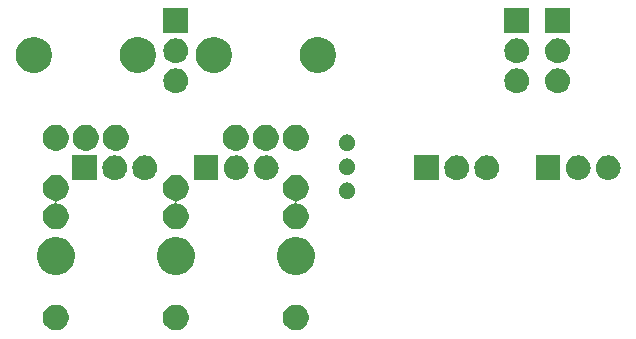
<source format=gbr>
G04 #@! TF.GenerationSoftware,KiCad,Pcbnew,(5.0.1)-4*
G04 #@! TF.CreationDate,2019-02-17T11:16:12+01:00*
G04 #@! TF.ProjectId,1U Rim,31552052696D2E6B696361645F706362,rev?*
G04 #@! TF.SameCoordinates,Original*
G04 #@! TF.FileFunction,Soldermask,Bot*
G04 #@! TF.FilePolarity,Negative*
%FSLAX46Y46*%
G04 Gerber Fmt 4.6, Leading zero omitted, Abs format (unit mm)*
G04 Created by KiCad (PCBNEW (5.0.1)-4) date 2/17/2019 11:16:12 AM*
%MOMM*%
%LPD*%
G01*
G04 APERTURE LIST*
%ADD10C,0.100000*%
G04 APERTURE END LIST*
D10*
G36*
X24219983Y-47743172D02*
X24418750Y-47825504D01*
X24597639Y-47945034D01*
X24749766Y-48097161D01*
X24869296Y-48276050D01*
X24951628Y-48474817D01*
X24993600Y-48685826D01*
X24993600Y-48900974D01*
X24951628Y-49111983D01*
X24869296Y-49310750D01*
X24749766Y-49489639D01*
X24597639Y-49641766D01*
X24418750Y-49761296D01*
X24219983Y-49843628D01*
X24008974Y-49885600D01*
X23793826Y-49885600D01*
X23582817Y-49843628D01*
X23384050Y-49761296D01*
X23205161Y-49641766D01*
X23053034Y-49489639D01*
X22933504Y-49310750D01*
X22851172Y-49111983D01*
X22809200Y-48900974D01*
X22809200Y-48685826D01*
X22851172Y-48474817D01*
X22933504Y-48276050D01*
X23053034Y-48097161D01*
X23205161Y-47945034D01*
X23384050Y-47825504D01*
X23582817Y-47743172D01*
X23793826Y-47701200D01*
X24008974Y-47701200D01*
X24219983Y-47743172D01*
X24219983Y-47743172D01*
G37*
G36*
X34379983Y-47743172D02*
X34578750Y-47825504D01*
X34757639Y-47945034D01*
X34909766Y-48097161D01*
X35029296Y-48276050D01*
X35111628Y-48474817D01*
X35153600Y-48685826D01*
X35153600Y-48900974D01*
X35111628Y-49111983D01*
X35029296Y-49310750D01*
X34909766Y-49489639D01*
X34757639Y-49641766D01*
X34578750Y-49761296D01*
X34379983Y-49843628D01*
X34168974Y-49885600D01*
X33953826Y-49885600D01*
X33742817Y-49843628D01*
X33544050Y-49761296D01*
X33365161Y-49641766D01*
X33213034Y-49489639D01*
X33093504Y-49310750D01*
X33011172Y-49111983D01*
X32969200Y-48900974D01*
X32969200Y-48685826D01*
X33011172Y-48474817D01*
X33093504Y-48276050D01*
X33213034Y-48097161D01*
X33365161Y-47945034D01*
X33544050Y-47825504D01*
X33742817Y-47743172D01*
X33953826Y-47701200D01*
X34168974Y-47701200D01*
X34379983Y-47743172D01*
X34379983Y-47743172D01*
G37*
G36*
X44539983Y-47743172D02*
X44738750Y-47825504D01*
X44917639Y-47945034D01*
X45069766Y-48097161D01*
X45189296Y-48276050D01*
X45271628Y-48474817D01*
X45313600Y-48685826D01*
X45313600Y-48900974D01*
X45271628Y-49111983D01*
X45189296Y-49310750D01*
X45069766Y-49489639D01*
X44917639Y-49641766D01*
X44738750Y-49761296D01*
X44539983Y-49843628D01*
X44328974Y-49885600D01*
X44113826Y-49885600D01*
X43902817Y-49843628D01*
X43704050Y-49761296D01*
X43525161Y-49641766D01*
X43373034Y-49489639D01*
X43253504Y-49310750D01*
X43171172Y-49111983D01*
X43129200Y-48900974D01*
X43129200Y-48685826D01*
X43171172Y-48474817D01*
X43253504Y-48276050D01*
X43373034Y-48097161D01*
X43525161Y-47945034D01*
X43704050Y-47825504D01*
X43902817Y-47743172D01*
X44113826Y-47701200D01*
X44328974Y-47701200D01*
X44539983Y-47743172D01*
X44539983Y-47743172D01*
G37*
G36*
X44688103Y-42047886D02*
X44979283Y-42168497D01*
X45241344Y-42343601D01*
X45464199Y-42566456D01*
X45639303Y-42828517D01*
X45759914Y-43119697D01*
X45821400Y-43428812D01*
X45821400Y-43743988D01*
X45759914Y-44053103D01*
X45639303Y-44344283D01*
X45464199Y-44606344D01*
X45241344Y-44829199D01*
X44979283Y-45004303D01*
X44688103Y-45124914D01*
X44378988Y-45186400D01*
X44063812Y-45186400D01*
X43754697Y-45124914D01*
X43463517Y-45004303D01*
X43201456Y-44829199D01*
X42978601Y-44606344D01*
X42803497Y-44344283D01*
X42682886Y-44053103D01*
X42621400Y-43743988D01*
X42621400Y-43428812D01*
X42682886Y-43119697D01*
X42803497Y-42828517D01*
X42978601Y-42566456D01*
X43201456Y-42343601D01*
X43463517Y-42168497D01*
X43754697Y-42047886D01*
X44063812Y-41986400D01*
X44378988Y-41986400D01*
X44688103Y-42047886D01*
X44688103Y-42047886D01*
G37*
G36*
X24368103Y-42047886D02*
X24659283Y-42168497D01*
X24921344Y-42343601D01*
X25144199Y-42566456D01*
X25319303Y-42828517D01*
X25439914Y-43119697D01*
X25501400Y-43428812D01*
X25501400Y-43743988D01*
X25439914Y-44053103D01*
X25319303Y-44344283D01*
X25144199Y-44606344D01*
X24921344Y-44829199D01*
X24659283Y-45004303D01*
X24368103Y-45124914D01*
X24058988Y-45186400D01*
X23743812Y-45186400D01*
X23434697Y-45124914D01*
X23143517Y-45004303D01*
X22881456Y-44829199D01*
X22658601Y-44606344D01*
X22483497Y-44344283D01*
X22362886Y-44053103D01*
X22301400Y-43743988D01*
X22301400Y-43428812D01*
X22362886Y-43119697D01*
X22483497Y-42828517D01*
X22658601Y-42566456D01*
X22881456Y-42343601D01*
X23143517Y-42168497D01*
X23434697Y-42047886D01*
X23743812Y-41986400D01*
X24058988Y-41986400D01*
X24368103Y-42047886D01*
X24368103Y-42047886D01*
G37*
G36*
X34528103Y-42047886D02*
X34819283Y-42168497D01*
X35081344Y-42343601D01*
X35304199Y-42566456D01*
X35479303Y-42828517D01*
X35599914Y-43119697D01*
X35661400Y-43428812D01*
X35661400Y-43743988D01*
X35599914Y-44053103D01*
X35479303Y-44344283D01*
X35304199Y-44606344D01*
X35081344Y-44829199D01*
X34819283Y-45004303D01*
X34528103Y-45124914D01*
X34218988Y-45186400D01*
X33903812Y-45186400D01*
X33594697Y-45124914D01*
X33303517Y-45004303D01*
X33041456Y-44829199D01*
X32818601Y-44606344D01*
X32643497Y-44344283D01*
X32522886Y-44053103D01*
X32461400Y-43743988D01*
X32461400Y-43428812D01*
X32522886Y-43119697D01*
X32643497Y-42828517D01*
X32818601Y-42566456D01*
X33041456Y-42343601D01*
X33303517Y-42168497D01*
X33594697Y-42047886D01*
X33903812Y-41986400D01*
X34218988Y-41986400D01*
X34528103Y-42047886D01*
X34528103Y-42047886D01*
G37*
G36*
X44539983Y-36770372D02*
X44738750Y-36852704D01*
X44917639Y-36972234D01*
X45069766Y-37124361D01*
X45189296Y-37303250D01*
X45271628Y-37502017D01*
X45313600Y-37713026D01*
X45313600Y-37928174D01*
X45271628Y-38139183D01*
X45189296Y-38337950D01*
X45069766Y-38516839D01*
X44917639Y-38668966D01*
X44738750Y-38788496D01*
X44539983Y-38870828D01*
X44370691Y-38904502D01*
X44347242Y-38911615D01*
X44325631Y-38923166D01*
X44306689Y-38938712D01*
X44291143Y-38957654D01*
X44279592Y-38979264D01*
X44272479Y-39002714D01*
X44270077Y-39027100D01*
X44272479Y-39051486D01*
X44279592Y-39074935D01*
X44291143Y-39096546D01*
X44306689Y-39115488D01*
X44325631Y-39131034D01*
X44347241Y-39142585D01*
X44370691Y-39149698D01*
X44539983Y-39183372D01*
X44738750Y-39265704D01*
X44917639Y-39385234D01*
X45069766Y-39537361D01*
X45189296Y-39716250D01*
X45271628Y-39915017D01*
X45313600Y-40126026D01*
X45313600Y-40341174D01*
X45271628Y-40552183D01*
X45189296Y-40750950D01*
X45069766Y-40929839D01*
X44917639Y-41081966D01*
X44738750Y-41201496D01*
X44539983Y-41283828D01*
X44328974Y-41325800D01*
X44113826Y-41325800D01*
X43902817Y-41283828D01*
X43704050Y-41201496D01*
X43525161Y-41081966D01*
X43373034Y-40929839D01*
X43253504Y-40750950D01*
X43171172Y-40552183D01*
X43129200Y-40341174D01*
X43129200Y-40126026D01*
X43171172Y-39915017D01*
X43253504Y-39716250D01*
X43373034Y-39537361D01*
X43525161Y-39385234D01*
X43704050Y-39265704D01*
X43902817Y-39183372D01*
X44072109Y-39149698D01*
X44095558Y-39142585D01*
X44117169Y-39131034D01*
X44136111Y-39115488D01*
X44151657Y-39096546D01*
X44163208Y-39074936D01*
X44170321Y-39051486D01*
X44172723Y-39027100D01*
X44170321Y-39002714D01*
X44163208Y-38979265D01*
X44151657Y-38957654D01*
X44136111Y-38938712D01*
X44117169Y-38923166D01*
X44095559Y-38911615D01*
X44072109Y-38904502D01*
X43902817Y-38870828D01*
X43704050Y-38788496D01*
X43525161Y-38668966D01*
X43373034Y-38516839D01*
X43253504Y-38337950D01*
X43171172Y-38139183D01*
X43129200Y-37928174D01*
X43129200Y-37713026D01*
X43171172Y-37502017D01*
X43253504Y-37303250D01*
X43373034Y-37124361D01*
X43525161Y-36972234D01*
X43704050Y-36852704D01*
X43902817Y-36770372D01*
X44113826Y-36728400D01*
X44328974Y-36728400D01*
X44539983Y-36770372D01*
X44539983Y-36770372D01*
G37*
G36*
X24219983Y-36770372D02*
X24418750Y-36852704D01*
X24597639Y-36972234D01*
X24749766Y-37124361D01*
X24869296Y-37303250D01*
X24951628Y-37502017D01*
X24993600Y-37713026D01*
X24993600Y-37928174D01*
X24951628Y-38139183D01*
X24869296Y-38337950D01*
X24749766Y-38516839D01*
X24597639Y-38668966D01*
X24418750Y-38788496D01*
X24219983Y-38870828D01*
X24050691Y-38904502D01*
X24027242Y-38911615D01*
X24005631Y-38923166D01*
X23986689Y-38938712D01*
X23971143Y-38957654D01*
X23959592Y-38979264D01*
X23952479Y-39002714D01*
X23950077Y-39027100D01*
X23952479Y-39051486D01*
X23959592Y-39074935D01*
X23971143Y-39096546D01*
X23986689Y-39115488D01*
X24005631Y-39131034D01*
X24027241Y-39142585D01*
X24050691Y-39149698D01*
X24219983Y-39183372D01*
X24418750Y-39265704D01*
X24597639Y-39385234D01*
X24749766Y-39537361D01*
X24869296Y-39716250D01*
X24951628Y-39915017D01*
X24993600Y-40126026D01*
X24993600Y-40341174D01*
X24951628Y-40552183D01*
X24869296Y-40750950D01*
X24749766Y-40929839D01*
X24597639Y-41081966D01*
X24418750Y-41201496D01*
X24219983Y-41283828D01*
X24008974Y-41325800D01*
X23793826Y-41325800D01*
X23582817Y-41283828D01*
X23384050Y-41201496D01*
X23205161Y-41081966D01*
X23053034Y-40929839D01*
X22933504Y-40750950D01*
X22851172Y-40552183D01*
X22809200Y-40341174D01*
X22809200Y-40126026D01*
X22851172Y-39915017D01*
X22933504Y-39716250D01*
X23053034Y-39537361D01*
X23205161Y-39385234D01*
X23384050Y-39265704D01*
X23582817Y-39183372D01*
X23752109Y-39149698D01*
X23775558Y-39142585D01*
X23797169Y-39131034D01*
X23816111Y-39115488D01*
X23831657Y-39096546D01*
X23843208Y-39074936D01*
X23850321Y-39051486D01*
X23852723Y-39027100D01*
X23850321Y-39002714D01*
X23843208Y-38979265D01*
X23831657Y-38957654D01*
X23816111Y-38938712D01*
X23797169Y-38923166D01*
X23775559Y-38911615D01*
X23752109Y-38904502D01*
X23582817Y-38870828D01*
X23384050Y-38788496D01*
X23205161Y-38668966D01*
X23053034Y-38516839D01*
X22933504Y-38337950D01*
X22851172Y-38139183D01*
X22809200Y-37928174D01*
X22809200Y-37713026D01*
X22851172Y-37502017D01*
X22933504Y-37303250D01*
X23053034Y-37124361D01*
X23205161Y-36972234D01*
X23384050Y-36852704D01*
X23582817Y-36770372D01*
X23793826Y-36728400D01*
X24008974Y-36728400D01*
X24219983Y-36770372D01*
X24219983Y-36770372D01*
G37*
G36*
X34379983Y-36770372D02*
X34578750Y-36852704D01*
X34757639Y-36972234D01*
X34909766Y-37124361D01*
X35029296Y-37303250D01*
X35111628Y-37502017D01*
X35153600Y-37713026D01*
X35153600Y-37928174D01*
X35111628Y-38139183D01*
X35029296Y-38337950D01*
X34909766Y-38516839D01*
X34757639Y-38668966D01*
X34578750Y-38788496D01*
X34379983Y-38870828D01*
X34210691Y-38904502D01*
X34187242Y-38911615D01*
X34165631Y-38923166D01*
X34146689Y-38938712D01*
X34131143Y-38957654D01*
X34119592Y-38979264D01*
X34112479Y-39002714D01*
X34110077Y-39027100D01*
X34112479Y-39051486D01*
X34119592Y-39074935D01*
X34131143Y-39096546D01*
X34146689Y-39115488D01*
X34165631Y-39131034D01*
X34187241Y-39142585D01*
X34210691Y-39149698D01*
X34379983Y-39183372D01*
X34578750Y-39265704D01*
X34757639Y-39385234D01*
X34909766Y-39537361D01*
X35029296Y-39716250D01*
X35111628Y-39915017D01*
X35153600Y-40126026D01*
X35153600Y-40341174D01*
X35111628Y-40552183D01*
X35029296Y-40750950D01*
X34909766Y-40929839D01*
X34757639Y-41081966D01*
X34578750Y-41201496D01*
X34379983Y-41283828D01*
X34168974Y-41325800D01*
X33953826Y-41325800D01*
X33742817Y-41283828D01*
X33544050Y-41201496D01*
X33365161Y-41081966D01*
X33213034Y-40929839D01*
X33093504Y-40750950D01*
X33011172Y-40552183D01*
X32969200Y-40341174D01*
X32969200Y-40126026D01*
X33011172Y-39915017D01*
X33093504Y-39716250D01*
X33213034Y-39537361D01*
X33365161Y-39385234D01*
X33544050Y-39265704D01*
X33742817Y-39183372D01*
X33912109Y-39149698D01*
X33935558Y-39142585D01*
X33957169Y-39131034D01*
X33976111Y-39115488D01*
X33991657Y-39096546D01*
X34003208Y-39074936D01*
X34010321Y-39051486D01*
X34012723Y-39027100D01*
X34010321Y-39002714D01*
X34003208Y-38979265D01*
X33991657Y-38957654D01*
X33976111Y-38938712D01*
X33957169Y-38923166D01*
X33935559Y-38911615D01*
X33912109Y-38904502D01*
X33742817Y-38870828D01*
X33544050Y-38788496D01*
X33365161Y-38668966D01*
X33213034Y-38516839D01*
X33093504Y-38337950D01*
X33011172Y-38139183D01*
X32969200Y-37928174D01*
X32969200Y-37713026D01*
X33011172Y-37502017D01*
X33093504Y-37303250D01*
X33213034Y-37124361D01*
X33365161Y-36972234D01*
X33544050Y-36852704D01*
X33742817Y-36770372D01*
X33953826Y-36728400D01*
X34168974Y-36728400D01*
X34379983Y-36770372D01*
X34379983Y-36770372D01*
G37*
G36*
X48760983Y-37382450D02*
X48888374Y-37435218D01*
X49003024Y-37511824D01*
X49100526Y-37609326D01*
X49169817Y-37713028D01*
X49177132Y-37723976D01*
X49229900Y-37851367D01*
X49256800Y-37986605D01*
X49256800Y-38124495D01*
X49229900Y-38259733D01*
X49177132Y-38387124D01*
X49100525Y-38501775D01*
X49003025Y-38599275D01*
X48888374Y-38675882D01*
X48760983Y-38728650D01*
X48625745Y-38755550D01*
X48487855Y-38755550D01*
X48352617Y-38728650D01*
X48225226Y-38675882D01*
X48110575Y-38599275D01*
X48013075Y-38501775D01*
X47936468Y-38387124D01*
X47883700Y-38259733D01*
X47856800Y-38124495D01*
X47856800Y-37986605D01*
X47883700Y-37851367D01*
X47936468Y-37723976D01*
X47943783Y-37713028D01*
X48013074Y-37609326D01*
X48110576Y-37511824D01*
X48225226Y-37435218D01*
X48352617Y-37382450D01*
X48487855Y-37355550D01*
X48625745Y-37355550D01*
X48760983Y-37382450D01*
X48760983Y-37382450D01*
G37*
G36*
X27415200Y-37168800D02*
X25315200Y-37168800D01*
X25315200Y-35068800D01*
X27415200Y-35068800D01*
X27415200Y-37168800D01*
X27415200Y-37168800D01*
G37*
G36*
X29033907Y-35076396D02*
X29111036Y-35083993D01*
X29242987Y-35124020D01*
X29308963Y-35144033D01*
X29491372Y-35241533D01*
X29651254Y-35372746D01*
X29782467Y-35532628D01*
X29879967Y-35715037D01*
X29879967Y-35715038D01*
X29940007Y-35912964D01*
X29960280Y-36118800D01*
X29940007Y-36324636D01*
X29899980Y-36456587D01*
X29879967Y-36522563D01*
X29782467Y-36704972D01*
X29651254Y-36864854D01*
X29491372Y-36996067D01*
X29308963Y-37093567D01*
X29242987Y-37113580D01*
X29111036Y-37153607D01*
X29033907Y-37161203D01*
X28956780Y-37168800D01*
X28853620Y-37168800D01*
X28776493Y-37161203D01*
X28699364Y-37153607D01*
X28567413Y-37113580D01*
X28501437Y-37093567D01*
X28319028Y-36996067D01*
X28159146Y-36864854D01*
X28027933Y-36704972D01*
X27930433Y-36522563D01*
X27910420Y-36456587D01*
X27870393Y-36324636D01*
X27850120Y-36118800D01*
X27870393Y-35912964D01*
X27930433Y-35715038D01*
X27930433Y-35715037D01*
X28027933Y-35532628D01*
X28159146Y-35372746D01*
X28319028Y-35241533D01*
X28501437Y-35144033D01*
X28567413Y-35124020D01*
X28699364Y-35083993D01*
X28776493Y-35076396D01*
X28853620Y-35068800D01*
X28956780Y-35068800D01*
X29033907Y-35076396D01*
X29033907Y-35076396D01*
G37*
G36*
X31573907Y-35076396D02*
X31651036Y-35083993D01*
X31782987Y-35124020D01*
X31848963Y-35144033D01*
X32031372Y-35241533D01*
X32191254Y-35372746D01*
X32322467Y-35532628D01*
X32419967Y-35715037D01*
X32419967Y-35715038D01*
X32480007Y-35912964D01*
X32500280Y-36118800D01*
X32480007Y-36324636D01*
X32439980Y-36456587D01*
X32419967Y-36522563D01*
X32322467Y-36704972D01*
X32191254Y-36864854D01*
X32031372Y-36996067D01*
X31848963Y-37093567D01*
X31782987Y-37113580D01*
X31651036Y-37153607D01*
X31573907Y-37161203D01*
X31496780Y-37168800D01*
X31393620Y-37168800D01*
X31316493Y-37161203D01*
X31239364Y-37153607D01*
X31107413Y-37113580D01*
X31041437Y-37093567D01*
X30859028Y-36996067D01*
X30699146Y-36864854D01*
X30567933Y-36704972D01*
X30470433Y-36522563D01*
X30450420Y-36456587D01*
X30410393Y-36324636D01*
X30390120Y-36118800D01*
X30410393Y-35912964D01*
X30470433Y-35715038D01*
X30470433Y-35715037D01*
X30567933Y-35532628D01*
X30699146Y-35372746D01*
X30859028Y-35241533D01*
X31041437Y-35144033D01*
X31107413Y-35124020D01*
X31239364Y-35083993D01*
X31316493Y-35076396D01*
X31393620Y-35068800D01*
X31496780Y-35068800D01*
X31573907Y-35076396D01*
X31573907Y-35076396D01*
G37*
G36*
X37676800Y-37168800D02*
X35576800Y-37168800D01*
X35576800Y-35068800D01*
X37676800Y-35068800D01*
X37676800Y-37168800D01*
X37676800Y-37168800D01*
G37*
G36*
X39295507Y-35076396D02*
X39372636Y-35083993D01*
X39504587Y-35124020D01*
X39570563Y-35144033D01*
X39752972Y-35241533D01*
X39912854Y-35372746D01*
X40044067Y-35532628D01*
X40141567Y-35715037D01*
X40141567Y-35715038D01*
X40201607Y-35912964D01*
X40221880Y-36118800D01*
X40201607Y-36324636D01*
X40161580Y-36456587D01*
X40141567Y-36522563D01*
X40044067Y-36704972D01*
X39912854Y-36864854D01*
X39752972Y-36996067D01*
X39570563Y-37093567D01*
X39504587Y-37113580D01*
X39372636Y-37153607D01*
X39295507Y-37161203D01*
X39218380Y-37168800D01*
X39115220Y-37168800D01*
X39038093Y-37161203D01*
X38960964Y-37153607D01*
X38829013Y-37113580D01*
X38763037Y-37093567D01*
X38580628Y-36996067D01*
X38420746Y-36864854D01*
X38289533Y-36704972D01*
X38192033Y-36522563D01*
X38172020Y-36456587D01*
X38131993Y-36324636D01*
X38111720Y-36118800D01*
X38131993Y-35912964D01*
X38192033Y-35715038D01*
X38192033Y-35715037D01*
X38289533Y-35532628D01*
X38420746Y-35372746D01*
X38580628Y-35241533D01*
X38763037Y-35144033D01*
X38829013Y-35124020D01*
X38960964Y-35083993D01*
X39038093Y-35076396D01*
X39115220Y-35068800D01*
X39218380Y-35068800D01*
X39295507Y-35076396D01*
X39295507Y-35076396D01*
G37*
G36*
X41835507Y-35076396D02*
X41912636Y-35083993D01*
X42044587Y-35124020D01*
X42110563Y-35144033D01*
X42292972Y-35241533D01*
X42452854Y-35372746D01*
X42584067Y-35532628D01*
X42681567Y-35715037D01*
X42681567Y-35715038D01*
X42741607Y-35912964D01*
X42761880Y-36118800D01*
X42741607Y-36324636D01*
X42701580Y-36456587D01*
X42681567Y-36522563D01*
X42584067Y-36704972D01*
X42452854Y-36864854D01*
X42292972Y-36996067D01*
X42110563Y-37093567D01*
X42044587Y-37113580D01*
X41912636Y-37153607D01*
X41835507Y-37161203D01*
X41758380Y-37168800D01*
X41655220Y-37168800D01*
X41578093Y-37161203D01*
X41500964Y-37153607D01*
X41369013Y-37113580D01*
X41303037Y-37093567D01*
X41120628Y-36996067D01*
X40960746Y-36864854D01*
X40829533Y-36704972D01*
X40732033Y-36522563D01*
X40712020Y-36456587D01*
X40671993Y-36324636D01*
X40651720Y-36118800D01*
X40671993Y-35912964D01*
X40732033Y-35715038D01*
X40732033Y-35715037D01*
X40829533Y-35532628D01*
X40960746Y-35372746D01*
X41120628Y-35241533D01*
X41303037Y-35144033D01*
X41369013Y-35124020D01*
X41500964Y-35083993D01*
X41578093Y-35076396D01*
X41655220Y-35068800D01*
X41758380Y-35068800D01*
X41835507Y-35076396D01*
X41835507Y-35076396D01*
G37*
G36*
X57989907Y-35076396D02*
X58067036Y-35083993D01*
X58198987Y-35124020D01*
X58264963Y-35144033D01*
X58447372Y-35241533D01*
X58607254Y-35372746D01*
X58738467Y-35532628D01*
X58835967Y-35715037D01*
X58835967Y-35715038D01*
X58896007Y-35912964D01*
X58916280Y-36118800D01*
X58896007Y-36324636D01*
X58855980Y-36456587D01*
X58835967Y-36522563D01*
X58738467Y-36704972D01*
X58607254Y-36864854D01*
X58447372Y-36996067D01*
X58264963Y-37093567D01*
X58198987Y-37113580D01*
X58067036Y-37153607D01*
X57989907Y-37161203D01*
X57912780Y-37168800D01*
X57809620Y-37168800D01*
X57732493Y-37161203D01*
X57655364Y-37153607D01*
X57523413Y-37113580D01*
X57457437Y-37093567D01*
X57275028Y-36996067D01*
X57115146Y-36864854D01*
X56983933Y-36704972D01*
X56886433Y-36522563D01*
X56866420Y-36456587D01*
X56826393Y-36324636D01*
X56806120Y-36118800D01*
X56826393Y-35912964D01*
X56886433Y-35715038D01*
X56886433Y-35715037D01*
X56983933Y-35532628D01*
X57115146Y-35372746D01*
X57275028Y-35241533D01*
X57457437Y-35144033D01*
X57523413Y-35124020D01*
X57655364Y-35083993D01*
X57732493Y-35076396D01*
X57809620Y-35068800D01*
X57912780Y-35068800D01*
X57989907Y-35076396D01*
X57989907Y-35076396D01*
G37*
G36*
X60529907Y-35076396D02*
X60607036Y-35083993D01*
X60738987Y-35124020D01*
X60804963Y-35144033D01*
X60987372Y-35241533D01*
X61147254Y-35372746D01*
X61278467Y-35532628D01*
X61375967Y-35715037D01*
X61375967Y-35715038D01*
X61436007Y-35912964D01*
X61456280Y-36118800D01*
X61436007Y-36324636D01*
X61395980Y-36456587D01*
X61375967Y-36522563D01*
X61278467Y-36704972D01*
X61147254Y-36864854D01*
X60987372Y-36996067D01*
X60804963Y-37093567D01*
X60738987Y-37113580D01*
X60607036Y-37153607D01*
X60529907Y-37161203D01*
X60452780Y-37168800D01*
X60349620Y-37168800D01*
X60272493Y-37161203D01*
X60195364Y-37153607D01*
X60063413Y-37113580D01*
X59997437Y-37093567D01*
X59815028Y-36996067D01*
X59655146Y-36864854D01*
X59523933Y-36704972D01*
X59426433Y-36522563D01*
X59406420Y-36456587D01*
X59366393Y-36324636D01*
X59346120Y-36118800D01*
X59366393Y-35912964D01*
X59426433Y-35715038D01*
X59426433Y-35715037D01*
X59523933Y-35532628D01*
X59655146Y-35372746D01*
X59815028Y-35241533D01*
X59997437Y-35144033D01*
X60063413Y-35124020D01*
X60195364Y-35083993D01*
X60272493Y-35076396D01*
X60349620Y-35068800D01*
X60452780Y-35068800D01*
X60529907Y-35076396D01*
X60529907Y-35076396D01*
G37*
G36*
X66632800Y-37168800D02*
X64532800Y-37168800D01*
X64532800Y-35068800D01*
X66632800Y-35068800D01*
X66632800Y-37168800D01*
X66632800Y-37168800D01*
G37*
G36*
X68251507Y-35076396D02*
X68328636Y-35083993D01*
X68460587Y-35124020D01*
X68526563Y-35144033D01*
X68708972Y-35241533D01*
X68868854Y-35372746D01*
X69000067Y-35532628D01*
X69097567Y-35715037D01*
X69097567Y-35715038D01*
X69157607Y-35912964D01*
X69177880Y-36118800D01*
X69157607Y-36324636D01*
X69117580Y-36456587D01*
X69097567Y-36522563D01*
X69000067Y-36704972D01*
X68868854Y-36864854D01*
X68708972Y-36996067D01*
X68526563Y-37093567D01*
X68460587Y-37113580D01*
X68328636Y-37153607D01*
X68251507Y-37161203D01*
X68174380Y-37168800D01*
X68071220Y-37168800D01*
X67994093Y-37161203D01*
X67916964Y-37153607D01*
X67785013Y-37113580D01*
X67719037Y-37093567D01*
X67536628Y-36996067D01*
X67376746Y-36864854D01*
X67245533Y-36704972D01*
X67148033Y-36522563D01*
X67128020Y-36456587D01*
X67087993Y-36324636D01*
X67067720Y-36118800D01*
X67087993Y-35912964D01*
X67148033Y-35715038D01*
X67148033Y-35715037D01*
X67245533Y-35532628D01*
X67376746Y-35372746D01*
X67536628Y-35241533D01*
X67719037Y-35144033D01*
X67785013Y-35124020D01*
X67916964Y-35083993D01*
X67994093Y-35076396D01*
X68071220Y-35068800D01*
X68174380Y-35068800D01*
X68251507Y-35076396D01*
X68251507Y-35076396D01*
G37*
G36*
X70791507Y-35076396D02*
X70868636Y-35083993D01*
X71000587Y-35124020D01*
X71066563Y-35144033D01*
X71248972Y-35241533D01*
X71408854Y-35372746D01*
X71540067Y-35532628D01*
X71637567Y-35715037D01*
X71637567Y-35715038D01*
X71697607Y-35912964D01*
X71717880Y-36118800D01*
X71697607Y-36324636D01*
X71657580Y-36456587D01*
X71637567Y-36522563D01*
X71540067Y-36704972D01*
X71408854Y-36864854D01*
X71248972Y-36996067D01*
X71066563Y-37093567D01*
X71000587Y-37113580D01*
X70868636Y-37153607D01*
X70791507Y-37161203D01*
X70714380Y-37168800D01*
X70611220Y-37168800D01*
X70534093Y-37161203D01*
X70456964Y-37153607D01*
X70325013Y-37113580D01*
X70259037Y-37093567D01*
X70076628Y-36996067D01*
X69916746Y-36864854D01*
X69785533Y-36704972D01*
X69688033Y-36522563D01*
X69668020Y-36456587D01*
X69627993Y-36324636D01*
X69607720Y-36118800D01*
X69627993Y-35912964D01*
X69688033Y-35715038D01*
X69688033Y-35715037D01*
X69785533Y-35532628D01*
X69916746Y-35372746D01*
X70076628Y-35241533D01*
X70259037Y-35144033D01*
X70325013Y-35124020D01*
X70456964Y-35083993D01*
X70534093Y-35076396D01*
X70611220Y-35068800D01*
X70714380Y-35068800D01*
X70791507Y-35076396D01*
X70791507Y-35076396D01*
G37*
G36*
X56371200Y-37168800D02*
X54271200Y-37168800D01*
X54271200Y-35068800D01*
X56371200Y-35068800D01*
X56371200Y-37168800D01*
X56371200Y-37168800D01*
G37*
G36*
X48760983Y-35350450D02*
X48888374Y-35403218D01*
X49003025Y-35479825D01*
X49100525Y-35577325D01*
X49177132Y-35691976D01*
X49229900Y-35819367D01*
X49256800Y-35954605D01*
X49256800Y-36092495D01*
X49229900Y-36227733D01*
X49177132Y-36355124D01*
X49100525Y-36469775D01*
X49003025Y-36567275D01*
X48888374Y-36643882D01*
X48760983Y-36696650D01*
X48625745Y-36723550D01*
X48487855Y-36723550D01*
X48352617Y-36696650D01*
X48225226Y-36643882D01*
X48110575Y-36567275D01*
X48013075Y-36469775D01*
X47936468Y-36355124D01*
X47883700Y-36227733D01*
X47856800Y-36092495D01*
X47856800Y-35954605D01*
X47883700Y-35819367D01*
X47936468Y-35691976D01*
X48013075Y-35577325D01*
X48110575Y-35479825D01*
X48225226Y-35403218D01*
X48352617Y-35350450D01*
X48487855Y-35323550D01*
X48625745Y-35323550D01*
X48760983Y-35350450D01*
X48760983Y-35350450D01*
G37*
G36*
X48760983Y-33318450D02*
X48888374Y-33371218D01*
X49003025Y-33447825D01*
X49100525Y-33545325D01*
X49177132Y-33659976D01*
X49229900Y-33787367D01*
X49256800Y-33922605D01*
X49256800Y-34060495D01*
X49229900Y-34195733D01*
X49177132Y-34323124D01*
X49100526Y-34437774D01*
X49003024Y-34535276D01*
X48888374Y-34611882D01*
X48760983Y-34664650D01*
X48625745Y-34691550D01*
X48487855Y-34691550D01*
X48352617Y-34664650D01*
X48225226Y-34611882D01*
X48110576Y-34535276D01*
X48013074Y-34437774D01*
X47936468Y-34323124D01*
X47883700Y-34195733D01*
X47856800Y-34060495D01*
X47856800Y-33922605D01*
X47883700Y-33787367D01*
X47936468Y-33659976D01*
X48013075Y-33545325D01*
X48110575Y-33447825D01*
X48225226Y-33371218D01*
X48352617Y-33318450D01*
X48487855Y-33291550D01*
X48625745Y-33291550D01*
X48760983Y-33318450D01*
X48760983Y-33318450D01*
G37*
G36*
X44542591Y-32521280D02*
X44743088Y-32604329D01*
X44923530Y-32724896D01*
X45076984Y-32878350D01*
X45197551Y-33058792D01*
X45280600Y-33259289D01*
X45322937Y-33472135D01*
X45322937Y-33689151D01*
X45280600Y-33901997D01*
X45197551Y-34102494D01*
X45076984Y-34282936D01*
X44923530Y-34436390D01*
X44743088Y-34556957D01*
X44542591Y-34640006D01*
X44329745Y-34682343D01*
X44112729Y-34682343D01*
X43899883Y-34640006D01*
X43699386Y-34556957D01*
X43518944Y-34436390D01*
X43365490Y-34282936D01*
X43244923Y-34102494D01*
X43161874Y-33901997D01*
X43119537Y-33689151D01*
X43119537Y-33472135D01*
X43161874Y-33259289D01*
X43244923Y-33058792D01*
X43365490Y-32878350D01*
X43518944Y-32724896D01*
X43699386Y-32604329D01*
X43899883Y-32521280D01*
X44112729Y-32478943D01*
X44329745Y-32478943D01*
X44542591Y-32521280D01*
X44542591Y-32521280D01*
G37*
G36*
X39462591Y-32521280D02*
X39663088Y-32604329D01*
X39843530Y-32724896D01*
X39996984Y-32878350D01*
X40117551Y-33058792D01*
X40200600Y-33259289D01*
X40242937Y-33472135D01*
X40242937Y-33689151D01*
X40200600Y-33901997D01*
X40117551Y-34102494D01*
X39996984Y-34282936D01*
X39843530Y-34436390D01*
X39663088Y-34556957D01*
X39462591Y-34640006D01*
X39249745Y-34682343D01*
X39032729Y-34682343D01*
X38819883Y-34640006D01*
X38619386Y-34556957D01*
X38438944Y-34436390D01*
X38285490Y-34282936D01*
X38164923Y-34102494D01*
X38081874Y-33901997D01*
X38039537Y-33689151D01*
X38039537Y-33472135D01*
X38081874Y-33259289D01*
X38164923Y-33058792D01*
X38285490Y-32878350D01*
X38438944Y-32724896D01*
X38619386Y-32604329D01*
X38819883Y-32521280D01*
X39032729Y-32478943D01*
X39249745Y-32478943D01*
X39462591Y-32521280D01*
X39462591Y-32521280D01*
G37*
G36*
X29302591Y-32521280D02*
X29503088Y-32604329D01*
X29683530Y-32724896D01*
X29836984Y-32878350D01*
X29957551Y-33058792D01*
X30040600Y-33259289D01*
X30082937Y-33472135D01*
X30082937Y-33689151D01*
X30040600Y-33901997D01*
X29957551Y-34102494D01*
X29836984Y-34282936D01*
X29683530Y-34436390D01*
X29503088Y-34556957D01*
X29302591Y-34640006D01*
X29089745Y-34682343D01*
X28872729Y-34682343D01*
X28659883Y-34640006D01*
X28459386Y-34556957D01*
X28278944Y-34436390D01*
X28125490Y-34282936D01*
X28004923Y-34102494D01*
X27921874Y-33901997D01*
X27879537Y-33689151D01*
X27879537Y-33472135D01*
X27921874Y-33259289D01*
X28004923Y-33058792D01*
X28125490Y-32878350D01*
X28278944Y-32724896D01*
X28459386Y-32604329D01*
X28659883Y-32521280D01*
X28872729Y-32478943D01*
X29089745Y-32478943D01*
X29302591Y-32521280D01*
X29302591Y-32521280D01*
G37*
G36*
X24222591Y-32521280D02*
X24423088Y-32604329D01*
X24603530Y-32724896D01*
X24756984Y-32878350D01*
X24877551Y-33058792D01*
X24960600Y-33259289D01*
X25002937Y-33472135D01*
X25002937Y-33689151D01*
X24960600Y-33901997D01*
X24877551Y-34102494D01*
X24756984Y-34282936D01*
X24603530Y-34436390D01*
X24423088Y-34556957D01*
X24222591Y-34640006D01*
X24009745Y-34682343D01*
X23792729Y-34682343D01*
X23579883Y-34640006D01*
X23379386Y-34556957D01*
X23198944Y-34436390D01*
X23045490Y-34282936D01*
X22924923Y-34102494D01*
X22841874Y-33901997D01*
X22799537Y-33689151D01*
X22799537Y-33472135D01*
X22841874Y-33259289D01*
X22924923Y-33058792D01*
X23045490Y-32878350D01*
X23198944Y-32724896D01*
X23379386Y-32604329D01*
X23579883Y-32521280D01*
X23792729Y-32478943D01*
X24009745Y-32478943D01*
X24222591Y-32521280D01*
X24222591Y-32521280D01*
G37*
G36*
X26762591Y-32521280D02*
X26963088Y-32604329D01*
X27143530Y-32724896D01*
X27296984Y-32878350D01*
X27417551Y-33058792D01*
X27500600Y-33259289D01*
X27542937Y-33472135D01*
X27542937Y-33689151D01*
X27500600Y-33901997D01*
X27417551Y-34102494D01*
X27296984Y-34282936D01*
X27143530Y-34436390D01*
X26963088Y-34556957D01*
X26762591Y-34640006D01*
X26549745Y-34682343D01*
X26332729Y-34682343D01*
X26119883Y-34640006D01*
X25919386Y-34556957D01*
X25738944Y-34436390D01*
X25585490Y-34282936D01*
X25464923Y-34102494D01*
X25381874Y-33901997D01*
X25339537Y-33689151D01*
X25339537Y-33472135D01*
X25381874Y-33259289D01*
X25464923Y-33058792D01*
X25585490Y-32878350D01*
X25738944Y-32724896D01*
X25919386Y-32604329D01*
X26119883Y-32521280D01*
X26332729Y-32478943D01*
X26549745Y-32478943D01*
X26762591Y-32521280D01*
X26762591Y-32521280D01*
G37*
G36*
X42002591Y-32521280D02*
X42203088Y-32604329D01*
X42383530Y-32724896D01*
X42536984Y-32878350D01*
X42657551Y-33058792D01*
X42740600Y-33259289D01*
X42782937Y-33472135D01*
X42782937Y-33689151D01*
X42740600Y-33901997D01*
X42657551Y-34102494D01*
X42536984Y-34282936D01*
X42383530Y-34436390D01*
X42203088Y-34556957D01*
X42002591Y-34640006D01*
X41789745Y-34682343D01*
X41572729Y-34682343D01*
X41359883Y-34640006D01*
X41159386Y-34556957D01*
X40978944Y-34436390D01*
X40825490Y-34282936D01*
X40704923Y-34102494D01*
X40621874Y-33901997D01*
X40579537Y-33689151D01*
X40579537Y-33472135D01*
X40621874Y-33259289D01*
X40704923Y-33058792D01*
X40825490Y-32878350D01*
X40978944Y-32724896D01*
X41159386Y-32604329D01*
X41359883Y-32521280D01*
X41572729Y-32478943D01*
X41789745Y-32478943D01*
X42002591Y-32521280D01*
X42002591Y-32521280D01*
G37*
G36*
X34189944Y-27710396D02*
X34267073Y-27717993D01*
X34399024Y-27758020D01*
X34465000Y-27778033D01*
X34647409Y-27875533D01*
X34807291Y-28006746D01*
X34938504Y-28166628D01*
X35036004Y-28349037D01*
X35036004Y-28349038D01*
X35096044Y-28546964D01*
X35116317Y-28752800D01*
X35096044Y-28958636D01*
X35056017Y-29090587D01*
X35036004Y-29156563D01*
X34938504Y-29338972D01*
X34807291Y-29498854D01*
X34647409Y-29630067D01*
X34465000Y-29727567D01*
X34399024Y-29747580D01*
X34267073Y-29787607D01*
X34189944Y-29795204D01*
X34112817Y-29802800D01*
X34009657Y-29802800D01*
X33932530Y-29795204D01*
X33855401Y-29787607D01*
X33723450Y-29747580D01*
X33657474Y-29727567D01*
X33475065Y-29630067D01*
X33315183Y-29498854D01*
X33183970Y-29338972D01*
X33086470Y-29156563D01*
X33066457Y-29090587D01*
X33026430Y-28958636D01*
X33006157Y-28752800D01*
X33026430Y-28546964D01*
X33086470Y-28349038D01*
X33086470Y-28349037D01*
X33183970Y-28166628D01*
X33315183Y-28006746D01*
X33475065Y-27875533D01*
X33657474Y-27778033D01*
X33723450Y-27758020D01*
X33855401Y-27717993D01*
X33932530Y-27710396D01*
X34009657Y-27702800D01*
X34112817Y-27702800D01*
X34189944Y-27710396D01*
X34189944Y-27710396D01*
G37*
G36*
X63069907Y-27710396D02*
X63147036Y-27717993D01*
X63278987Y-27758020D01*
X63344963Y-27778033D01*
X63527372Y-27875533D01*
X63687254Y-28006746D01*
X63818467Y-28166628D01*
X63915967Y-28349037D01*
X63915967Y-28349038D01*
X63976007Y-28546964D01*
X63996280Y-28752800D01*
X63976007Y-28958636D01*
X63935980Y-29090587D01*
X63915967Y-29156563D01*
X63818467Y-29338972D01*
X63687254Y-29498854D01*
X63527372Y-29630067D01*
X63344963Y-29727567D01*
X63278987Y-29747580D01*
X63147036Y-29787607D01*
X63069907Y-29795204D01*
X62992780Y-29802800D01*
X62889620Y-29802800D01*
X62812493Y-29795204D01*
X62735364Y-29787607D01*
X62603413Y-29747580D01*
X62537437Y-29727567D01*
X62355028Y-29630067D01*
X62195146Y-29498854D01*
X62063933Y-29338972D01*
X61966433Y-29156563D01*
X61946420Y-29090587D01*
X61906393Y-28958636D01*
X61886120Y-28752800D01*
X61906393Y-28546964D01*
X61966433Y-28349038D01*
X61966433Y-28349037D01*
X62063933Y-28166628D01*
X62195146Y-28006746D01*
X62355028Y-27875533D01*
X62537437Y-27778033D01*
X62603413Y-27758020D01*
X62735364Y-27717993D01*
X62812493Y-27710396D01*
X62889620Y-27702800D01*
X62992780Y-27702800D01*
X63069907Y-27710396D01*
X63069907Y-27710396D01*
G37*
G36*
X66524307Y-27710396D02*
X66601436Y-27717993D01*
X66733387Y-27758020D01*
X66799363Y-27778033D01*
X66981772Y-27875533D01*
X67141654Y-28006746D01*
X67272867Y-28166628D01*
X67370367Y-28349037D01*
X67370367Y-28349038D01*
X67430407Y-28546964D01*
X67450680Y-28752800D01*
X67430407Y-28958636D01*
X67390380Y-29090587D01*
X67370367Y-29156563D01*
X67272867Y-29338972D01*
X67141654Y-29498854D01*
X66981772Y-29630067D01*
X66799363Y-29727567D01*
X66733387Y-29747580D01*
X66601436Y-29787607D01*
X66524307Y-29795204D01*
X66447180Y-29802800D01*
X66344020Y-29802800D01*
X66266893Y-29795204D01*
X66189764Y-29787607D01*
X66057813Y-29747580D01*
X65991837Y-29727567D01*
X65809428Y-29630067D01*
X65649546Y-29498854D01*
X65518333Y-29338972D01*
X65420833Y-29156563D01*
X65400820Y-29090587D01*
X65360793Y-28958636D01*
X65340520Y-28752800D01*
X65360793Y-28546964D01*
X65420833Y-28349038D01*
X65420833Y-28349037D01*
X65518333Y-28166628D01*
X65649546Y-28006746D01*
X65809428Y-27875533D01*
X65991837Y-27778033D01*
X66057813Y-27758020D01*
X66189764Y-27717993D01*
X66266893Y-27710396D01*
X66344020Y-27702800D01*
X66447180Y-27702800D01*
X66524307Y-27710396D01*
X66524307Y-27710396D01*
G37*
G36*
X31282742Y-25095674D02*
X31561822Y-25211273D01*
X31809642Y-25376862D01*
X31812989Y-25379098D01*
X32026582Y-25592691D01*
X32194408Y-25843860D01*
X32310006Y-26122938D01*
X32368937Y-26419205D01*
X32368937Y-26721281D01*
X32310006Y-27017548D01*
X32194408Y-27296626D01*
X32026582Y-27547795D01*
X31812989Y-27761388D01*
X31812986Y-27761390D01*
X31561822Y-27929213D01*
X31561821Y-27929214D01*
X31561820Y-27929214D01*
X31282742Y-28044812D01*
X30986475Y-28103743D01*
X30684399Y-28103743D01*
X30388132Y-28044812D01*
X30109054Y-27929214D01*
X30109053Y-27929214D01*
X30109052Y-27929213D01*
X29857888Y-27761390D01*
X29857885Y-27761388D01*
X29644292Y-27547795D01*
X29476466Y-27296626D01*
X29360868Y-27017548D01*
X29301937Y-26721281D01*
X29301937Y-26419205D01*
X29360868Y-26122938D01*
X29476466Y-25843860D01*
X29644292Y-25592691D01*
X29857885Y-25379098D01*
X29861232Y-25376862D01*
X30109052Y-25211273D01*
X30388132Y-25095674D01*
X30684399Y-25036743D01*
X30986475Y-25036743D01*
X31282742Y-25095674D01*
X31282742Y-25095674D01*
G37*
G36*
X22494342Y-25095674D02*
X22773422Y-25211273D01*
X23021242Y-25376862D01*
X23024589Y-25379098D01*
X23238182Y-25592691D01*
X23406008Y-25843860D01*
X23521606Y-26122938D01*
X23580537Y-26419205D01*
X23580537Y-26721281D01*
X23521606Y-27017548D01*
X23406008Y-27296626D01*
X23238182Y-27547795D01*
X23024589Y-27761388D01*
X23024586Y-27761390D01*
X22773422Y-27929213D01*
X22773421Y-27929214D01*
X22773420Y-27929214D01*
X22494342Y-28044812D01*
X22198075Y-28103743D01*
X21895999Y-28103743D01*
X21599732Y-28044812D01*
X21320654Y-27929214D01*
X21320653Y-27929214D01*
X21320652Y-27929213D01*
X21069488Y-27761390D01*
X21069485Y-27761388D01*
X20855892Y-27547795D01*
X20688066Y-27296626D01*
X20572468Y-27017548D01*
X20513537Y-26721281D01*
X20513537Y-26419205D01*
X20572468Y-26122938D01*
X20688066Y-25843860D01*
X20855892Y-25592691D01*
X21069485Y-25379098D01*
X21072832Y-25376862D01*
X21320652Y-25211273D01*
X21599732Y-25095674D01*
X21895999Y-25036743D01*
X22198075Y-25036743D01*
X22494342Y-25095674D01*
X22494342Y-25095674D01*
G37*
G36*
X46522742Y-25095674D02*
X46801822Y-25211273D01*
X47049642Y-25376862D01*
X47052989Y-25379098D01*
X47266582Y-25592691D01*
X47434408Y-25843860D01*
X47550006Y-26122938D01*
X47608937Y-26419205D01*
X47608937Y-26721281D01*
X47550006Y-27017548D01*
X47434408Y-27296626D01*
X47266582Y-27547795D01*
X47052989Y-27761388D01*
X47052986Y-27761390D01*
X46801822Y-27929213D01*
X46801821Y-27929214D01*
X46801820Y-27929214D01*
X46522742Y-28044812D01*
X46226475Y-28103743D01*
X45924399Y-28103743D01*
X45628132Y-28044812D01*
X45349054Y-27929214D01*
X45349053Y-27929214D01*
X45349052Y-27929213D01*
X45097888Y-27761390D01*
X45097885Y-27761388D01*
X44884292Y-27547795D01*
X44716466Y-27296626D01*
X44600868Y-27017548D01*
X44541937Y-26721281D01*
X44541937Y-26419205D01*
X44600868Y-26122938D01*
X44716466Y-25843860D01*
X44884292Y-25592691D01*
X45097885Y-25379098D01*
X45101232Y-25376862D01*
X45349052Y-25211273D01*
X45628132Y-25095674D01*
X45924399Y-25036743D01*
X46226475Y-25036743D01*
X46522742Y-25095674D01*
X46522742Y-25095674D01*
G37*
G36*
X37734342Y-25095674D02*
X38013422Y-25211273D01*
X38261242Y-25376862D01*
X38264589Y-25379098D01*
X38478182Y-25592691D01*
X38646008Y-25843860D01*
X38761606Y-26122938D01*
X38820537Y-26419205D01*
X38820537Y-26721281D01*
X38761606Y-27017548D01*
X38646008Y-27296626D01*
X38478182Y-27547795D01*
X38264589Y-27761388D01*
X38264586Y-27761390D01*
X38013422Y-27929213D01*
X38013421Y-27929214D01*
X38013420Y-27929214D01*
X37734342Y-28044812D01*
X37438075Y-28103743D01*
X37135999Y-28103743D01*
X36839732Y-28044812D01*
X36560654Y-27929214D01*
X36560653Y-27929214D01*
X36560652Y-27929213D01*
X36309488Y-27761390D01*
X36309485Y-27761388D01*
X36095892Y-27547795D01*
X35928066Y-27296626D01*
X35812468Y-27017548D01*
X35753537Y-26721281D01*
X35753537Y-26419205D01*
X35812468Y-26122938D01*
X35928066Y-25843860D01*
X36095892Y-25592691D01*
X36309485Y-25379098D01*
X36312832Y-25376862D01*
X36560652Y-25211273D01*
X36839732Y-25095674D01*
X37135999Y-25036743D01*
X37438075Y-25036743D01*
X37734342Y-25095674D01*
X37734342Y-25095674D01*
G37*
G36*
X63069907Y-25170397D02*
X63147036Y-25177993D01*
X63278987Y-25218020D01*
X63344963Y-25238033D01*
X63527372Y-25335533D01*
X63687254Y-25466746D01*
X63818467Y-25626628D01*
X63915967Y-25809037D01*
X63926530Y-25843860D01*
X63976007Y-26006964D01*
X63996280Y-26212800D01*
X63976007Y-26418636D01*
X63935980Y-26550587D01*
X63915967Y-26616563D01*
X63818467Y-26798972D01*
X63687254Y-26958854D01*
X63527372Y-27090067D01*
X63344963Y-27187567D01*
X63278987Y-27207580D01*
X63147036Y-27247607D01*
X63069907Y-27255204D01*
X62992780Y-27262800D01*
X62889620Y-27262800D01*
X62812493Y-27255204D01*
X62735364Y-27247607D01*
X62603413Y-27207580D01*
X62537437Y-27187567D01*
X62355028Y-27090067D01*
X62195146Y-26958854D01*
X62063933Y-26798972D01*
X61966433Y-26616563D01*
X61946420Y-26550587D01*
X61906393Y-26418636D01*
X61886120Y-26212800D01*
X61906393Y-26006964D01*
X61955870Y-25843860D01*
X61966433Y-25809037D01*
X62063933Y-25626628D01*
X62195146Y-25466746D01*
X62355028Y-25335533D01*
X62537437Y-25238033D01*
X62603413Y-25218020D01*
X62735364Y-25177993D01*
X62812493Y-25170396D01*
X62889620Y-25162800D01*
X62992780Y-25162800D01*
X63069907Y-25170397D01*
X63069907Y-25170397D01*
G37*
G36*
X34189944Y-25170397D02*
X34267073Y-25177993D01*
X34399024Y-25218020D01*
X34465000Y-25238033D01*
X34647409Y-25335533D01*
X34807291Y-25466746D01*
X34938504Y-25626628D01*
X35036004Y-25809037D01*
X35046567Y-25843860D01*
X35096044Y-26006964D01*
X35116317Y-26212800D01*
X35096044Y-26418636D01*
X35056017Y-26550587D01*
X35036004Y-26616563D01*
X34938504Y-26798972D01*
X34807291Y-26958854D01*
X34647409Y-27090067D01*
X34465000Y-27187567D01*
X34399024Y-27207580D01*
X34267073Y-27247607D01*
X34189944Y-27255204D01*
X34112817Y-27262800D01*
X34009657Y-27262800D01*
X33932530Y-27255204D01*
X33855401Y-27247607D01*
X33723450Y-27207580D01*
X33657474Y-27187567D01*
X33475065Y-27090067D01*
X33315183Y-26958854D01*
X33183970Y-26798972D01*
X33086470Y-26616563D01*
X33066457Y-26550587D01*
X33026430Y-26418636D01*
X33006157Y-26212800D01*
X33026430Y-26006964D01*
X33075907Y-25843860D01*
X33086470Y-25809037D01*
X33183970Y-25626628D01*
X33315183Y-25466746D01*
X33475065Y-25335533D01*
X33657474Y-25238033D01*
X33723450Y-25218020D01*
X33855401Y-25177993D01*
X33932530Y-25170396D01*
X34009657Y-25162800D01*
X34112817Y-25162800D01*
X34189944Y-25170397D01*
X34189944Y-25170397D01*
G37*
G36*
X66524307Y-25170397D02*
X66601436Y-25177993D01*
X66733387Y-25218020D01*
X66799363Y-25238033D01*
X66981772Y-25335533D01*
X67141654Y-25466746D01*
X67272867Y-25626628D01*
X67370367Y-25809037D01*
X67380930Y-25843860D01*
X67430407Y-26006964D01*
X67450680Y-26212800D01*
X67430407Y-26418636D01*
X67390380Y-26550587D01*
X67370367Y-26616563D01*
X67272867Y-26798972D01*
X67141654Y-26958854D01*
X66981772Y-27090067D01*
X66799363Y-27187567D01*
X66733387Y-27207580D01*
X66601436Y-27247607D01*
X66524307Y-27255204D01*
X66447180Y-27262800D01*
X66344020Y-27262800D01*
X66266893Y-27255204D01*
X66189764Y-27247607D01*
X66057813Y-27207580D01*
X65991837Y-27187567D01*
X65809428Y-27090067D01*
X65649546Y-26958854D01*
X65518333Y-26798972D01*
X65420833Y-26616563D01*
X65400820Y-26550587D01*
X65360793Y-26418636D01*
X65340520Y-26212800D01*
X65360793Y-26006964D01*
X65410270Y-25843860D01*
X65420833Y-25809037D01*
X65518333Y-25626628D01*
X65649546Y-25466746D01*
X65809428Y-25335533D01*
X65991837Y-25238033D01*
X66057813Y-25218020D01*
X66189764Y-25177993D01*
X66266893Y-25170396D01*
X66344020Y-25162800D01*
X66447180Y-25162800D01*
X66524307Y-25170397D01*
X66524307Y-25170397D01*
G37*
G36*
X63991200Y-24722800D02*
X61891200Y-24722800D01*
X61891200Y-22622800D01*
X63991200Y-22622800D01*
X63991200Y-24722800D01*
X63991200Y-24722800D01*
G37*
G36*
X35111237Y-24722800D02*
X33011237Y-24722800D01*
X33011237Y-22622800D01*
X35111237Y-22622800D01*
X35111237Y-24722800D01*
X35111237Y-24722800D01*
G37*
G36*
X67445600Y-24722800D02*
X65345600Y-24722800D01*
X65345600Y-22622800D01*
X67445600Y-22622800D01*
X67445600Y-24722800D01*
X67445600Y-24722800D01*
G37*
M02*

</source>
